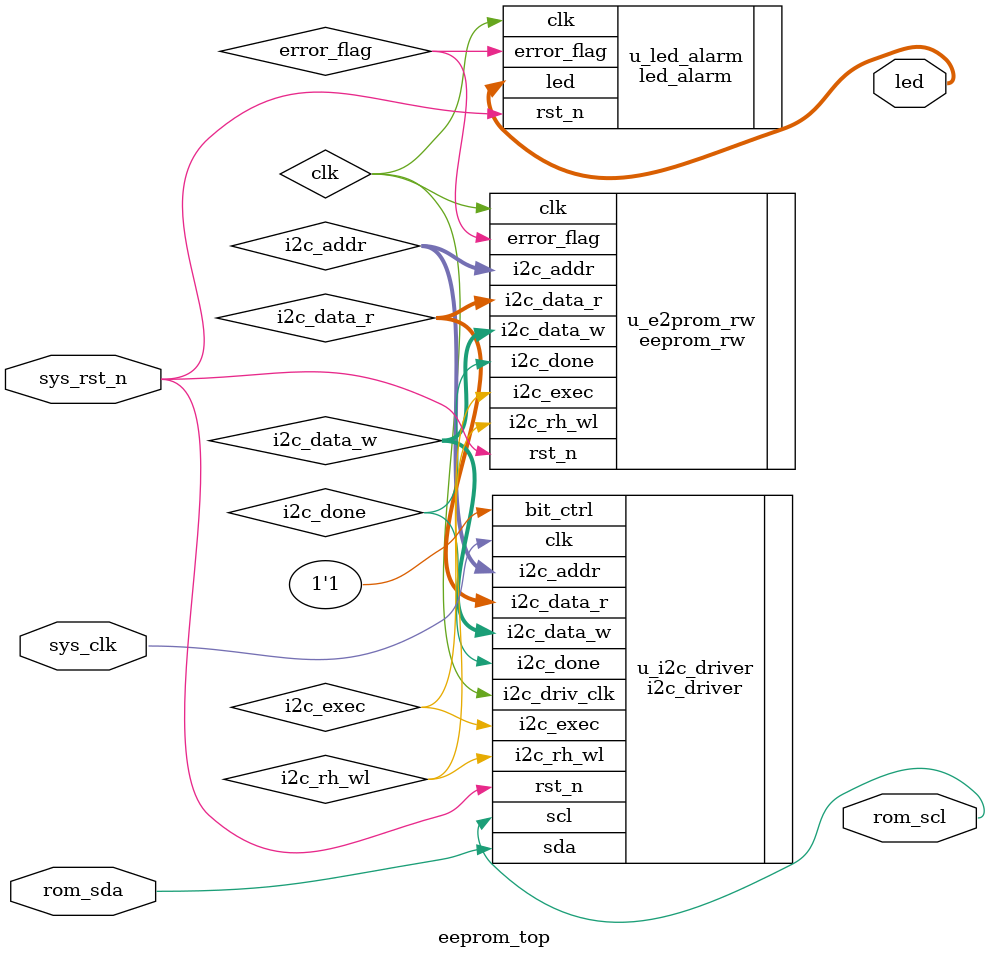
<source format=v>

module eeprom_top(
    //system clock
    input               sys_clk    ,      // 系统时钟
    input               sys_rst_n  ,      // 系统复位
    //eeprom interface
    output              rom_scl    ,      // eeprom的时钟线scl
    inout               rom_sda    ,      // eeprom的数据线sda
    //user interface
    output   [3:0]      led               // led显示
);

//parameter define
parameter    SLAVE_ADDR =  7'b1010000   ; // 器件地址(SLAVE_ADDR)
parameter    BIT_CTRL   =  1'b1         ; // 字地址位控制参数(16b/8b)
parameter    CLK_FREQ   = 26'd50_000_000; // i2c_dri模块的驱动时钟频率(CLK_FREQ)
parameter    I2C_FREQ   = 18'd250_000   ; // I2C的SCL时钟频率
parameter    L_TIME     = 17'd125_000   ; // led闪烁时间参数

//wire define
wire           clk       ;                // I2C操作时钟
wire           i2c_exec  ;                // i2c触发控制
wire   [15:0]  i2c_addr  ;                // i2c操作地址
wire   [ 7:0]  i2c_data_w;                // i2c写入的数据
wire           i2c_done  ;                // i2c操作结束标志
wire           i2c_rh_wl ;                // i2c读写控制
wire   [ 7:0]  i2c_data_r;                // i2c读出的数据
wire           error_flag;                // 错误标志

//*****************************************************
//**                    main code
//*****************************************************

//例化e2prom读写模块
eeprom_rw u_e2prom_rw(
    //global clock
    .clk         (clk       ),    // 时钟信号
    .rst_n       (sys_rst_n ),    // 复位信号
    //i2c interface
    .i2c_exec    (i2c_exec  ),    // I2C触发执行信号
    .i2c_rh_wl   (i2c_rh_wl ),    // I2C读写控制信号
    .i2c_addr    (i2c_addr  ),    // I2C器件内地址
    .i2c_data_w  (i2c_data_w),    // I2C要写的数据
    .i2c_data_r  (i2c_data_r),    // I2C读出的数据
    .i2c_done    (i2c_done  ),    // I2C一次操作完成
    //user interface
    .error_flag  (error_flag)     // 错误标志
);

//例化i2c_dri
i2c_driver #(
    .SLAVE_ADDR  (SLAVE_ADDR),    // slave address从机地址，放此处方便参数传递
    .CLK_FREQ    (CLK_FREQ  ),    // i2c_dri模块的驱动时钟频率(CLK_FREQ)
    .I2C_FREQ    (I2C_FREQ  )     // I2C的SCL时钟频率
) u_i2c_driver(
    //global clock
    .clk         (sys_clk   ),    // i2c_dri模块的驱动时钟(CLK_FREQ)
    .rst_n       (sys_rst_n ),    // 复位信号
    //i2c interface
    .i2c_exec    (i2c_exec  ),    // I2C触发执行信号
    .bit_ctrl    (BIT_CTRL  ),    // 器件地址位控制(16b/8b)
    .i2c_rh_wl   (i2c_rh_wl ),    // I2C读写控制信号
    .i2c_addr    (i2c_addr  ),    // I2C器件内地址
    .i2c_data_w  (i2c_data_w),    // I2C要写的数据
    .i2c_data_r  (i2c_data_r),    // I2C读出的数据
    .i2c_done    (i2c_done  ),    // I 2C一次操作完成
    .scl         (rom_scl   ),    // I2C的SCL时钟信号
    .sda         (rom_sda   ),    // I2C的SDA信号
    //user interface
    .i2c_driv_clk(clk       )     // I2C操作时钟
);

//例化led_alarm模块
led_alarm #(.L_TIME(L_TIME  )     // 控制led闪烁时间
) u_led_alarm(
    //system clock
    .clk         (clk       ),    // 时钟信号
    .rst_n       (sys_rst_n ),    // 复位信号
    //led interface
    .led         (led       ),    // LED 灯
    //user interface
    .error_flag  (error_flag)     // 错误标志
);
endmodule
</source>
